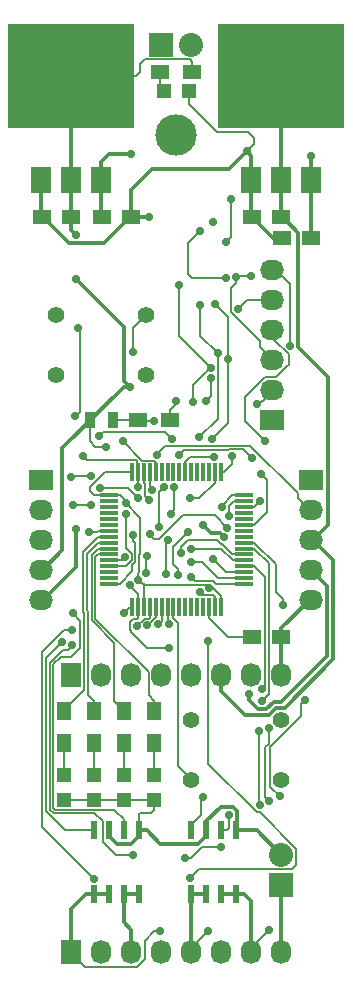
<source format=gtl>
%FSLAX46Y46*%
G04 Gerber Fmt 4.6, Leading zero omitted, Abs format (unit mm)*
G04 Created by KiCad (PCBNEW (20140926 BZR5148)-product) date Fri 30 Jan 2015 01:27:10 AM CST*
%MOMM*%
G01*
G04 APERTURE LIST*
%ADD10C,0.100000*%
%ADD11R,2.032000X1.727200*%
%ADD12O,2.032000X1.727200*%
%ADD13R,1.500000X1.250000*%
%ADD14R,1.198880X1.198880*%
%ADD15R,0.889000X1.397000*%
%ADD16R,2.032000X2.032000*%
%ADD17O,2.032000X2.032000*%
%ADD18R,1.727200X2.032000*%
%ADD19O,1.727200X2.032000*%
%ADD20R,0.600000X1.550000*%
%ADD21R,1.300000X1.500000*%
%ADD22R,1.500000X1.300000*%
%ADD23C,1.397000*%
%ADD24R,1.500000X0.300000*%
%ADD25R,0.300000X1.500000*%
%ADD26R,10.668000X8.890000*%
%ADD27R,1.778000X2.286000*%
%ADD28C,3.500000*%
%ADD29C,0.713740*%
%ADD30C,0.152400*%
%ADD31C,0.203200*%
%ADD32C,0.355600*%
%ADD33C,0.508000*%
G04 APERTURE END LIST*
D10*
D11*
X160528000Y-77470000D03*
D12*
X160528000Y-74930000D03*
X160528000Y-72390000D03*
X160528000Y-69850000D03*
X160528000Y-67310000D03*
X160528000Y-64770000D03*
D13*
X161270000Y-95885000D03*
X158770000Y-95885000D03*
X146070000Y-60325000D03*
X148570000Y-60325000D03*
X163810000Y-62103000D03*
X161310000Y-62103000D03*
X161270000Y-60325000D03*
X158770000Y-60325000D03*
X143490000Y-60325000D03*
X140990000Y-60325000D03*
D14*
X150495000Y-107535980D03*
X150495000Y-109634020D03*
X147955000Y-107535980D03*
X147955000Y-109634020D03*
X145415000Y-107535980D03*
X145415000Y-109634020D03*
X142875000Y-107535980D03*
X142875000Y-109634020D03*
X151350980Y-49657000D03*
X153449020Y-49657000D03*
D15*
X145097500Y-77470000D03*
X147002500Y-77470000D03*
D16*
X151130000Y-45720000D03*
D17*
X153670000Y-45720000D03*
D16*
X161290000Y-116840000D03*
D17*
X161290000Y-114300000D03*
D18*
X143510000Y-122555000D03*
D19*
X146050000Y-122555000D03*
X148590000Y-122555000D03*
X151130000Y-122555000D03*
X153670000Y-122555000D03*
X156210000Y-122555000D03*
X158750000Y-122555000D03*
X161290000Y-122555000D03*
D20*
X149225000Y-112235000D03*
X147955000Y-112235000D03*
X146685000Y-112235000D03*
X145415000Y-112235000D03*
X145415000Y-117635000D03*
X146685000Y-117635000D03*
X147955000Y-117635000D03*
X149225000Y-117635000D03*
X157480000Y-112235000D03*
X156210000Y-112235000D03*
X154940000Y-112235000D03*
X153670000Y-112235000D03*
X153670000Y-117635000D03*
X154940000Y-117635000D03*
X156210000Y-117635000D03*
X157480000Y-117635000D03*
D21*
X150495000Y-102155000D03*
X150495000Y-104855000D03*
X147955000Y-102155000D03*
X147955000Y-104855000D03*
X145415000Y-102155000D03*
X145415000Y-104855000D03*
X142875000Y-102155000D03*
X142875000Y-104855000D03*
D22*
X149145000Y-77470000D03*
X151845000Y-77470000D03*
X151050000Y-48006000D03*
X153750000Y-48006000D03*
D23*
X161290000Y-102870000D03*
X161290000Y-107950000D03*
X153670000Y-102870000D03*
X153670000Y-107950000D03*
X149860000Y-68580000D03*
X149860000Y-73660000D03*
X142240000Y-68580000D03*
X142240000Y-73660000D03*
D24*
X146700000Y-83880000D03*
X146700000Y-84380000D03*
X146700000Y-84880000D03*
X146700000Y-85380000D03*
X146700000Y-85880000D03*
X146700000Y-86380000D03*
X146700000Y-86880000D03*
X146700000Y-87380000D03*
X146700000Y-87880000D03*
X146700000Y-88380000D03*
X146700000Y-88880000D03*
X146700000Y-89380000D03*
X146700000Y-89880000D03*
X146700000Y-90380000D03*
X146700000Y-90880000D03*
X146700000Y-91380000D03*
D25*
X148650000Y-93330000D03*
X149150000Y-93330000D03*
X149650000Y-93330000D03*
X150150000Y-93330000D03*
X150650000Y-93330000D03*
X151150000Y-93330000D03*
X151650000Y-93330000D03*
X152150000Y-93330000D03*
X152650000Y-93330000D03*
X153150000Y-93330000D03*
X153650000Y-93330000D03*
X154150000Y-93330000D03*
X154650000Y-93330000D03*
X155150000Y-93330000D03*
X155650000Y-93330000D03*
X156150000Y-93330000D03*
D24*
X158100000Y-91380000D03*
X158100000Y-90880000D03*
X158100000Y-90380000D03*
X158100000Y-89880000D03*
X158100000Y-89380000D03*
X158100000Y-88880000D03*
X158100000Y-88380000D03*
X158100000Y-87880000D03*
X158100000Y-87380000D03*
X158100000Y-86880000D03*
X158100000Y-86380000D03*
X158100000Y-85880000D03*
X158100000Y-85380000D03*
X158100000Y-84880000D03*
X158100000Y-84380000D03*
X158100000Y-83880000D03*
D25*
X156150000Y-81930000D03*
X155650000Y-81930000D03*
X155150000Y-81930000D03*
X154650000Y-81930000D03*
X154150000Y-81930000D03*
X153650000Y-81930000D03*
X153150000Y-81930000D03*
X152650000Y-81930000D03*
X152150000Y-81930000D03*
X151650000Y-81930000D03*
X151150000Y-81930000D03*
X150650000Y-81930000D03*
X150150000Y-81930000D03*
X149650000Y-81930000D03*
X149150000Y-81930000D03*
X148650000Y-81930000D03*
D26*
X143510000Y-48387000D03*
D27*
X143510000Y-57150000D03*
X140970000Y-57150000D03*
X146050000Y-57150000D03*
D26*
X161290000Y-48387000D03*
D27*
X161290000Y-57150000D03*
X158750000Y-57150000D03*
X163830000Y-57150000D03*
D11*
X140970000Y-82550000D03*
D12*
X140970000Y-85090000D03*
X140970000Y-87630000D03*
X140970000Y-90170000D03*
X140970000Y-92710000D03*
D11*
X163830000Y-82550000D03*
D12*
X163830000Y-85090000D03*
X163830000Y-87630000D03*
X163830000Y-90170000D03*
X163830000Y-92710000D03*
D18*
X143510000Y-99060000D03*
D19*
X146050000Y-99060000D03*
X148590000Y-99060000D03*
X151130000Y-99060000D03*
X153670000Y-99060000D03*
X156210000Y-99060000D03*
X158750000Y-99060000D03*
X161290000Y-99060000D03*
D28*
X152400000Y-53340000D03*
D29*
X149860000Y-90424000D03*
X148012350Y-89133500D03*
X149886748Y-88999040D03*
X148441119Y-91507285D03*
X149158939Y-83199156D03*
X152328880Y-75892660D03*
X143897263Y-86753679D03*
X151790400Y-96822260D03*
X156841967Y-85661614D03*
X156464135Y-87435000D03*
X154617420Y-86385400D03*
X144470120Y-80545940D03*
X150065740Y-60322460D03*
X158369000Y-54737000D03*
X157456202Y-65400184D03*
X158750000Y-65278000D03*
X155480728Y-60706000D03*
X154368609Y-92075371D03*
X155300256Y-73064576D03*
X151902160Y-85469780D03*
X152234896Y-83189465D03*
X148112480Y-85443060D03*
X153797000Y-75946000D03*
X152654000Y-66040000D03*
X156625109Y-62387899D03*
X156980728Y-58801000D03*
X149149934Y-91009490D03*
X143891000Y-65532000D03*
X148090276Y-84538811D03*
X158575470Y-100692474D03*
X148463000Y-74676000D03*
X143891000Y-61849000D03*
X156229863Y-84874222D03*
X155184209Y-91715109D03*
X146431000Y-79756000D03*
X157629860Y-68079620D03*
X144056100Y-69743320D03*
X143852900Y-77162660D03*
X144957800Y-86982300D03*
X148762720Y-71752460D03*
X148590000Y-54991000D03*
X163830000Y-55118000D03*
X155304361Y-73930718D03*
X154884120Y-75882500D03*
X150469600Y-77584300D03*
X147868640Y-79308960D03*
X159228198Y-76183535D03*
X157137100Y-80573880D03*
X159900620Y-79255620D03*
X159517080Y-84355940D03*
X162000063Y-71210037D03*
X155583640Y-80619302D03*
X149081510Y-94972965D03*
X149952259Y-94894091D03*
X150867682Y-94806677D03*
X151730998Y-94736643D03*
X153568215Y-84139459D03*
X145140711Y-82232500D03*
X145897459Y-83223436D03*
X143461740Y-82344260D03*
X149141180Y-84096860D03*
X152591750Y-80437702D03*
X143609060Y-84703920D03*
X145140680Y-84686140D03*
X145856960Y-78839060D03*
X152059640Y-79098140D03*
X158767227Y-80676457D03*
X159547560Y-82036920D03*
X148697970Y-87222343D03*
X150182580Y-87188040D03*
X156707840Y-86603840D03*
X151368758Y-83184619D03*
X150921296Y-86589429D03*
X150730466Y-80420834D03*
X151697853Y-87628893D03*
X151516080Y-90533220D03*
X147972780Y-93865700D03*
X151003000Y-120777000D03*
X155067000Y-120777000D03*
X160274000Y-120650000D03*
X143637000Y-93853000D03*
X152781000Y-88773000D03*
X153670000Y-88392000D03*
X142748000Y-96266000D03*
X143587490Y-95277890D03*
X145415000Y-116350728D03*
X153670000Y-89535000D03*
X143552202Y-96587681D03*
X153670000Y-90805000D03*
X148700728Y-114300000D03*
X161406840Y-93134180D03*
X163281360Y-101175820D03*
X161132520Y-109324140D03*
X156834840Y-110964980D03*
X160252427Y-109767387D03*
X154619960Y-109420660D03*
X160213040Y-103576120D03*
X159674560Y-101254560D03*
X159465754Y-110129829D03*
X159395972Y-103863556D03*
X159612300Y-100280927D03*
X156204920Y-113619280D03*
X153113740Y-114584480D03*
X155100020Y-96199960D03*
X155481020Y-89291160D03*
X153365200Y-86959440D03*
X152560020Y-90637360D03*
X153555700Y-116260880D03*
X154432000Y-67775909D03*
X155883544Y-71860273D03*
X154335480Y-78927960D03*
X150334980Y-83416140D03*
X155396929Y-79143532D03*
X150118215Y-84254730D03*
X156748766Y-72364864D03*
X156591000Y-65440728D03*
X154415124Y-61510618D03*
X155702000Y-67691000D03*
D30*
X149860000Y-89408000D02*
X149860000Y-89025788D01*
X149860000Y-89408000D02*
X149860000Y-90424000D01*
X149860000Y-89025788D02*
X149886748Y-88999040D01*
D31*
X148797988Y-91864154D02*
X148441119Y-91507285D01*
X149150000Y-92216166D02*
X148797988Y-91864154D01*
X149150000Y-93330000D02*
X149150000Y-92216166D01*
D30*
X147765850Y-89380000D02*
X148012350Y-89133500D01*
X146700000Y-89380000D02*
X147765850Y-89380000D01*
D31*
X157456202Y-65904874D02*
X157456202Y-65400184D01*
X159435800Y-70789650D02*
X157018989Y-68372839D01*
X157018989Y-66342087D02*
X157456202Y-65904874D01*
X159435800Y-71323200D02*
X159435800Y-70789650D01*
X160502600Y-72390000D02*
X159435800Y-71323200D01*
X160655000Y-72390000D02*
X160502600Y-72390000D01*
X157018989Y-68372839D02*
X157018989Y-66342087D01*
X149150000Y-83190217D02*
X149158939Y-83199156D01*
X149150000Y-81930000D02*
X149150000Y-83190217D01*
D30*
X151845000Y-77470000D02*
X151845000Y-76667600D01*
X151845000Y-76667600D02*
X152328880Y-76183720D01*
X152328880Y-76183720D02*
X152328880Y-75892660D01*
D31*
X149054001Y-81834001D02*
X149150000Y-81930000D01*
X149054001Y-80976799D02*
X149054001Y-81834001D01*
X149003201Y-80925999D02*
X149054001Y-80976799D01*
X144850179Y-80925999D02*
X149003201Y-80925999D01*
X144470120Y-80545940D02*
X144850179Y-80925999D01*
D32*
X143897263Y-89935137D02*
X143897263Y-87258369D01*
X140970000Y-92710000D02*
X141122400Y-92710000D01*
X141122400Y-92710000D02*
X143897263Y-89935137D01*
X143897263Y-87258369D02*
X143897263Y-86753679D01*
D31*
X148534120Y-95455740D02*
X149900640Y-96822260D01*
X149900640Y-96822260D02*
X151790400Y-96822260D01*
X148534120Y-95329665D02*
X148534120Y-95455740D01*
X148470639Y-95266184D02*
X148534120Y-95329665D01*
X148751619Y-94334001D02*
X148470639Y-94614981D01*
X148470639Y-94614981D02*
X148470639Y-95266184D01*
X149099199Y-94334001D02*
X148751619Y-94334001D01*
X149150000Y-93330000D02*
X149150000Y-94283200D01*
X149150000Y-94283200D02*
X149099199Y-94334001D01*
D32*
X156107266Y-87078131D02*
X156464135Y-87435000D01*
X155310151Y-87078131D02*
X156107266Y-87078131D01*
X154617420Y-86385400D02*
X155310151Y-87078131D01*
X154940000Y-111443768D02*
X154940000Y-112710000D01*
X156161739Y-110222029D02*
X154940000Y-111443768D01*
X157154475Y-110222029D02*
X156161739Y-110222029D01*
X157521911Y-112193089D02*
X157521911Y-110589465D01*
X157480000Y-112235000D02*
X157521911Y-112193089D01*
X157521911Y-110589465D02*
X157154475Y-110222029D01*
X154918160Y-112710000D02*
X154262560Y-113365600D01*
X151011200Y-113365600D02*
X149880600Y-112235000D01*
X154262560Y-113365600D02*
X151011200Y-113365600D01*
X149880600Y-112235000D02*
X149225000Y-112235000D01*
X154940000Y-112710000D02*
X154918160Y-112710000D01*
X159225000Y-112235000D02*
X158135600Y-112235000D01*
X158135600Y-112235000D02*
X157480000Y-112235000D01*
X161290000Y-114300000D02*
X159225000Y-112235000D01*
X161270000Y-95885000D02*
X161270000Y-99040000D01*
X161270000Y-99040000D02*
X161290000Y-99060000D01*
X163830000Y-92710000D02*
X163677600Y-92710000D01*
X163677600Y-92710000D02*
X161270000Y-95117600D01*
X161270000Y-95117600D02*
X161270000Y-95885000D01*
X148570000Y-60325000D02*
X150063200Y-60325000D01*
X150063200Y-60325000D02*
X150065740Y-60322460D01*
X158369000Y-54737000D02*
X156845000Y-56261000D01*
X156845000Y-56261000D02*
X150368000Y-56261000D01*
X150368000Y-56261000D02*
X148570000Y-58059000D01*
X148570000Y-58059000D02*
X148570000Y-60325000D01*
D30*
X158369000Y-54737000D02*
X159004000Y-54102000D01*
X158496000Y-53086000D02*
X155798518Y-53086000D01*
X155798518Y-53086000D02*
X153449020Y-50736502D01*
X159004000Y-54102000D02*
X159004000Y-53594000D01*
X159004000Y-53594000D02*
X158496000Y-53086000D01*
X153449020Y-50736502D02*
X153449020Y-50408840D01*
X153449020Y-50408840D02*
X153449020Y-49657000D01*
X149225000Y-112235000D02*
X149225000Y-110871000D01*
X149225000Y-110871000D02*
X149352000Y-110744000D01*
X149352000Y-110744000D02*
X150241000Y-110744000D01*
X150241000Y-110744000D02*
X150495000Y-110490000D01*
X150495000Y-110490000D02*
X150495000Y-109634020D01*
X146685000Y-112235000D02*
X146685000Y-111760000D01*
X142875000Y-109634020D02*
X145415000Y-109634020D01*
X147955000Y-109634020D02*
X145415000Y-109634020D01*
X150495000Y-109634020D02*
X149743160Y-109634020D01*
X149743160Y-109634020D02*
X147955000Y-109634020D01*
D32*
X161310000Y-62103000D02*
X160548000Y-62103000D01*
X160548000Y-62103000D02*
X158770000Y-60325000D01*
X141115000Y-60325000D02*
X140990000Y-60325000D01*
X143326071Y-62536071D02*
X141115000Y-60325000D01*
X146233929Y-62536071D02*
X143326071Y-62536071D01*
X148445000Y-60325000D02*
X146233929Y-62536071D01*
X148570000Y-60325000D02*
X148445000Y-60325000D01*
X148570000Y-60218000D02*
X148570000Y-60325000D01*
X140970000Y-57150000D02*
X140970000Y-60305000D01*
X140970000Y-60305000D02*
X140990000Y-60325000D01*
X158750000Y-57150000D02*
X158750000Y-55118000D01*
X158750000Y-55118000D02*
X158369000Y-54737000D01*
X158750000Y-57150000D02*
X158750000Y-60305000D01*
X158750000Y-60305000D02*
X158770000Y-60325000D01*
D31*
X157578386Y-65278000D02*
X157456202Y-65400184D01*
X158750000Y-65278000D02*
X157578386Y-65278000D01*
D32*
X154940000Y-112235000D02*
X154940000Y-112710000D01*
X146685000Y-112710000D02*
X146685000Y-112235000D01*
X147340600Y-113365600D02*
X146685000Y-112710000D01*
X148569400Y-113365600D02*
X147340600Y-113365600D01*
X149225000Y-112710000D02*
X148569400Y-113365600D01*
D31*
X156840753Y-85724958D02*
X156840753Y-84782045D01*
X156840753Y-84782045D02*
X157242798Y-84380000D01*
X157242798Y-84380000D02*
X158100000Y-84380000D01*
X154619237Y-92325999D02*
X154368609Y-92075371D01*
X155650000Y-92472798D02*
X155503201Y-92325999D01*
X155503201Y-92325999D02*
X154619237Y-92325999D01*
X155650000Y-93330000D02*
X155650000Y-92472798D01*
D30*
X146700000Y-89880000D02*
X148093859Y-89880000D01*
X148614109Y-88819611D02*
X148112480Y-88317982D01*
X148112480Y-88317982D02*
X148112480Y-85947750D01*
X148614109Y-89359750D02*
X148614109Y-88819611D01*
X148112480Y-85947750D02*
X148112480Y-85443060D01*
X148093859Y-89880000D02*
X148614109Y-89359750D01*
D31*
X152654000Y-70418320D02*
X154943387Y-72707707D01*
X154943387Y-72707707D02*
X155300256Y-73064576D01*
X153797000Y-75946000D02*
X153797000Y-74567832D01*
X154943387Y-73421445D02*
X155300256Y-73064576D01*
X153797000Y-74567832D02*
X154943387Y-73421445D01*
X152654000Y-66040000D02*
X152654000Y-70418320D01*
D30*
X152234896Y-83189465D02*
X152234896Y-85137044D01*
X152234896Y-85137044D02*
X151902160Y-85469780D01*
X156980728Y-58801000D02*
X156980728Y-62032280D01*
X156980728Y-62032280D02*
X156625109Y-62387899D01*
D31*
X155150000Y-93330000D02*
X155150000Y-94283200D01*
X155150000Y-94283200D02*
X156751800Y-95885000D01*
X156751800Y-95885000D02*
X157816800Y-95885000D01*
X157816800Y-95885000D02*
X158770000Y-95885000D01*
X149517238Y-91269588D02*
X149509949Y-91276877D01*
X149249129Y-90405605D02*
X149149934Y-90504800D01*
X149249129Y-88860781D02*
X149249129Y-90405605D01*
X148090276Y-84538811D02*
X149308841Y-85757376D01*
X149509949Y-91276877D02*
X149417321Y-91276877D01*
X149149934Y-90504800D02*
X149149934Y-91009490D01*
X149308841Y-85757376D02*
X149308841Y-88801069D01*
X149417321Y-91276877D02*
X149149934Y-91009490D01*
X149308841Y-88801069D02*
X149249129Y-88860781D01*
X154933600Y-91464500D02*
X149712150Y-91464500D01*
X149712150Y-91464500D02*
X149517238Y-91269588D01*
X149650000Y-93330000D02*
X149650000Y-91402350D01*
X149650000Y-91402350D02*
X149517238Y-91269588D01*
X155184209Y-91715109D02*
X154933600Y-91464500D01*
D32*
X147967701Y-74180701D02*
X148463000Y-74676000D01*
X143891000Y-65532000D02*
X147967701Y-69608701D01*
X147967701Y-69608701D02*
X147967701Y-74180701D01*
X141122400Y-90170000D02*
X140970000Y-90170000D01*
D31*
X148296800Y-81930000D02*
X148650000Y-81930000D01*
D32*
X148463000Y-74676000D02*
X147958310Y-74676000D01*
X142754349Y-88538051D02*
X141122400Y-90170000D01*
X147958310Y-74676000D02*
X142754349Y-79879961D01*
D31*
X145452290Y-83880000D02*
X145096229Y-83523939D01*
X145096229Y-83523939D02*
X145096229Y-83160752D01*
X146326981Y-81930000D02*
X148296800Y-81930000D01*
X145096229Y-83160752D02*
X146326981Y-81930000D01*
X146700000Y-83880000D02*
X145452290Y-83880000D01*
D32*
X142754349Y-79879961D02*
X142754349Y-88538051D01*
D31*
X148090276Y-84317076D02*
X148090276Y-84538811D01*
X146700000Y-83880000D02*
X147653200Y-83880000D01*
X147653200Y-83880000D02*
X148090276Y-84317076D01*
D32*
X165176210Y-97438190D02*
X161281111Y-101333289D01*
X159319937Y-101941631D02*
X158575470Y-101197164D01*
X165176210Y-91516210D02*
X165176210Y-97438190D01*
X160027215Y-101941631D02*
X159319937Y-101941631D01*
X161281111Y-101333289D02*
X160635557Y-101333289D01*
X160635557Y-101333289D02*
X160027215Y-101941631D01*
X163830000Y-90170000D02*
X165176210Y-91516210D01*
X158575470Y-101197164D02*
X158575470Y-100692474D01*
D30*
X143510000Y-48387000D02*
X148996400Y-48387000D01*
X148996400Y-48387000D02*
X149352000Y-48031400D01*
X149352000Y-48031400D02*
X149352000Y-47371000D01*
X149352000Y-47371000D02*
X149758399Y-46964601D01*
X153511001Y-46964601D02*
X153750000Y-47203600D01*
X149758399Y-46964601D02*
X153511001Y-46964601D01*
X153750000Y-47203600D02*
X153750000Y-48006000D01*
D32*
X143510000Y-48387000D02*
X144490201Y-49367201D01*
X144490201Y-49367201D02*
X147482799Y-49367201D01*
X143490000Y-61448000D02*
X143891000Y-61849000D01*
X143490000Y-60325000D02*
X143490000Y-61448000D01*
X143510000Y-57150000D02*
X143510000Y-60305000D01*
X143510000Y-60305000D02*
X143490000Y-60325000D01*
X143510000Y-57150000D02*
X143510000Y-55651400D01*
X143510000Y-55651400D02*
X143510000Y-48387000D01*
D31*
X146685000Y-83865000D02*
X146700000Y-83880000D01*
X158100000Y-83880000D02*
X157146800Y-83880000D01*
X156229863Y-84796937D02*
X156229863Y-84874222D01*
X157146800Y-83880000D02*
X156229863Y-84796937D01*
X156150000Y-93330000D02*
X156150000Y-92376800D01*
X156150000Y-92376800D02*
X155488309Y-91715109D01*
X155488309Y-91715109D02*
X155184209Y-91715109D01*
X146431000Y-79756000D02*
X145542000Y-79756000D01*
X145097500Y-79311500D02*
X145097500Y-77470000D01*
X145542000Y-79756000D02*
X145097500Y-79311500D01*
D30*
X160655000Y-67310000D02*
X158399480Y-67310000D01*
X158399480Y-67310000D02*
X157629860Y-68079620D01*
X143852900Y-77162660D02*
X144209769Y-76805791D01*
X144209769Y-76805791D02*
X144209769Y-69896989D01*
X144209769Y-69896989D02*
X144056100Y-69743320D01*
X146700000Y-86880000D02*
X145797600Y-86880000D01*
X145797600Y-86880000D02*
X145695300Y-86982300D01*
X145695300Y-86982300D02*
X144957800Y-86982300D01*
X148762720Y-71752460D02*
X148762720Y-69677280D01*
X148762720Y-69677280D02*
X149860000Y-68580000D01*
D32*
X148590000Y-54991000D02*
X146710400Y-54991000D01*
X146710400Y-54991000D02*
X146050000Y-55651400D01*
X146050000Y-55651400D02*
X146050000Y-57150000D01*
X163830000Y-57150000D02*
X163830000Y-62083000D01*
X163830000Y-62083000D02*
X163810000Y-62103000D01*
X146050000Y-57150000D02*
X146050000Y-60305000D01*
X146050000Y-60305000D02*
X146070000Y-60325000D01*
X163830000Y-55118000D02*
X163830000Y-57150000D01*
X163830000Y-57150000D02*
X163830000Y-57930000D01*
X162703511Y-61633511D02*
X162703511Y-71345359D01*
X165201600Y-73843448D02*
X165201600Y-86410800D01*
X161270000Y-60325000D02*
X161395000Y-60325000D01*
X165201600Y-86410800D02*
X163982400Y-87630000D01*
X162703511Y-71345359D02*
X165201600Y-73843448D01*
X161395000Y-60325000D02*
X162703511Y-61633511D01*
X156210000Y-100431600D02*
X156210000Y-99060000D01*
X160845981Y-101841299D02*
X160237639Y-102449641D01*
X165684220Y-97756094D02*
X161599015Y-101841299D01*
X165684220Y-89331820D02*
X165684220Y-97756094D01*
X158228041Y-102449641D02*
X156210000Y-100431600D01*
X160237639Y-102449641D02*
X158228041Y-102449641D01*
X163982400Y-87630000D02*
X165684220Y-89331820D01*
X161599015Y-101841299D02*
X160845981Y-101841299D01*
X140817600Y-87630000D02*
X140970000Y-87630000D01*
X163830000Y-87630000D02*
X163982400Y-87630000D01*
X161290000Y-48387000D02*
X161290000Y-57150000D01*
X161290000Y-57150000D02*
X161290000Y-60305000D01*
X161290000Y-60305000D02*
X161270000Y-60325000D01*
D30*
X155304361Y-75462259D02*
X155304361Y-74435408D01*
X154884120Y-75882500D02*
X155304361Y-75462259D01*
X155304361Y-74435408D02*
X155304361Y-73930718D01*
X150495000Y-107535980D02*
X150495000Y-106784140D01*
X150495000Y-106784140D02*
X150495000Y-104855000D01*
X147955000Y-107535980D02*
X147955000Y-104855000D01*
X145415000Y-107535980D02*
X145415000Y-104855000D01*
X142875000Y-107535980D02*
X142875000Y-106784140D01*
X142875000Y-106784140D02*
X142875000Y-104855000D01*
X151050000Y-48006000D02*
X151050000Y-49356020D01*
X151050000Y-49356020D02*
X151350980Y-49657000D01*
X149145000Y-77470000D02*
X148242600Y-77470000D01*
X148242600Y-77470000D02*
X147002500Y-77470000D01*
X150469600Y-77584300D02*
X149259300Y-77584300D01*
X149259300Y-77584300D02*
X149145000Y-77470000D01*
X149511079Y-80951399D02*
X147868640Y-79308960D01*
X150650000Y-81930000D02*
X150650000Y-81118518D01*
X150650000Y-81118518D02*
X150482881Y-80951399D01*
X150482881Y-80951399D02*
X149511079Y-80951399D01*
X159258000Y-76227940D02*
X159614869Y-75871071D01*
X159614869Y-75871071D02*
X159713929Y-75871071D01*
X159713929Y-75871071D02*
X160655000Y-74930000D01*
X156452400Y-81930000D02*
X157137100Y-81245300D01*
X156150000Y-81930000D02*
X156452400Y-81930000D01*
X157137100Y-81245300D02*
X157137100Y-80573880D01*
X160655000Y-69850000D02*
X160655000Y-70692982D01*
X160858210Y-73837790D02*
X159923192Y-73837790D01*
X160655000Y-70692982D02*
X161899610Y-71937592D01*
X161899610Y-71937592D02*
X161899610Y-72842408D01*
X161899610Y-72842408D02*
X161853592Y-72842408D01*
X161853592Y-72842408D02*
X160858210Y-73837790D01*
X159923192Y-73837790D02*
X158219140Y-75541842D01*
X158219140Y-75541842D02*
X158219140Y-77574140D01*
X158219140Y-77574140D02*
X159900620Y-79255620D01*
X159002400Y-84880000D02*
X159517080Y-84365320D01*
X158100000Y-84880000D02*
X159002400Y-84880000D01*
X159517080Y-84365320D02*
X159517080Y-84355940D01*
X160807400Y-64770000D02*
X162000063Y-65962663D01*
X162000063Y-70705347D02*
X162000063Y-71210037D01*
X162000063Y-65962663D02*
X162000063Y-70705347D01*
X160655000Y-64770000D02*
X160807400Y-64770000D01*
X155078950Y-80619302D02*
X155583640Y-80619302D01*
X153558298Y-80619302D02*
X155078950Y-80619302D01*
X153150000Y-81027600D02*
X153558298Y-80619302D01*
X153150000Y-81930000D02*
X153150000Y-81027600D01*
X149081510Y-94929785D02*
X149081510Y-94972965D01*
X149702694Y-94308601D02*
X149081510Y-94929785D01*
X150073799Y-94308601D02*
X149702694Y-94308601D01*
X150150000Y-93330000D02*
X150150000Y-94232400D01*
X150150000Y-94232400D02*
X150073799Y-94308601D01*
D31*
X143510000Y-98907600D02*
X143510000Y-99060000D01*
D30*
X150309128Y-94537222D02*
X149952259Y-94894091D01*
X150650000Y-93330000D02*
X150650000Y-94196350D01*
X150650000Y-94196350D02*
X150309128Y-94537222D01*
D31*
X146050000Y-99060000D02*
X146050000Y-98907600D01*
D30*
X151150000Y-94524359D02*
X150867682Y-94806677D01*
X151150000Y-93330000D02*
X151150000Y-94524359D01*
D31*
X148590000Y-98907600D02*
X148590000Y-99060000D01*
D30*
X151650000Y-94655645D02*
X151730998Y-94736643D01*
X151650000Y-93330000D02*
X151650000Y-94655645D01*
D31*
X151650000Y-98540000D02*
X151130000Y-99060000D01*
D30*
X155650000Y-82832400D02*
X154342941Y-84139459D01*
X154342941Y-84139459D02*
X154072905Y-84139459D01*
X155650000Y-81930000D02*
X155650000Y-82832400D01*
X154072905Y-84139459D02*
X153568215Y-84139459D01*
X146402149Y-83223436D02*
X145897459Y-83223436D01*
X144990820Y-82232500D02*
X143573500Y-82232500D01*
X148267756Y-83223436D02*
X146402149Y-83223436D01*
X149141180Y-84096860D02*
X148267756Y-83223436D01*
X143573500Y-82232500D02*
X143461740Y-82344260D01*
X160102551Y-85279849D02*
X160102551Y-82591911D01*
X159002400Y-86380000D02*
X160102551Y-85279849D01*
X158100000Y-86380000D02*
X159002400Y-86380000D01*
X160102551Y-82591911D02*
X159904429Y-82393789D01*
X159904429Y-82393789D02*
X159547560Y-82036920D01*
X156790349Y-80033813D02*
X152995639Y-80033813D01*
X156835753Y-79988409D02*
X156790349Y-80033813D01*
X158079179Y-79988409D02*
X156835753Y-79988409D01*
X152948619Y-80080833D02*
X152591750Y-80437702D01*
X158767227Y-80676457D02*
X158079179Y-79988409D01*
X152995639Y-80033813D02*
X152948619Y-80080833D01*
X146213829Y-78482191D02*
X145856960Y-78839060D01*
X151443691Y-78482191D02*
X146213829Y-78482191D01*
X152059640Y-79098140D02*
X151443691Y-78482191D01*
X145140680Y-84686140D02*
X143626840Y-84686140D01*
X143626840Y-84686140D02*
X143609060Y-84703920D01*
X148918919Y-89486005D02*
X148918919Y-87947982D01*
X146700000Y-91380000D02*
X147602400Y-91380000D01*
X148918919Y-87947982D02*
X148697970Y-87727033D01*
X147602400Y-91380000D02*
X148664919Y-90317481D01*
X148664919Y-89740004D02*
X148918919Y-89486005D01*
X148697970Y-87727033D02*
X148697970Y-87222343D01*
X148664919Y-90317481D02*
X148664919Y-89740004D01*
X155684220Y-85580220D02*
X152918518Y-85580220D01*
X156707840Y-86603840D02*
X155684220Y-85580220D01*
X152918518Y-85580220D02*
X150953829Y-87544909D01*
X150539449Y-87544909D02*
X150182580Y-87188040D01*
X150953829Y-87544909D02*
X150539449Y-87544909D01*
X151087335Y-80063965D02*
X150730466Y-80420834D01*
X156709496Y-79683600D02*
X156664093Y-79729003D01*
X162661600Y-84074000D02*
X162661600Y-83704332D01*
X163677600Y-85090000D02*
X162661600Y-84074000D01*
X151422297Y-79729003D02*
X151087335Y-80063965D01*
X156664093Y-79729003D02*
X151422297Y-79729003D01*
X162661600Y-83704332D02*
X158640868Y-79683600D01*
X158640868Y-79683600D02*
X156709496Y-79683600D01*
X163830000Y-85090000D02*
X163677600Y-85090000D01*
X150921296Y-86589429D02*
X150921296Y-83632081D01*
X151011889Y-83541488D02*
X151368758Y-83184619D01*
X150921296Y-83632081D02*
X151011889Y-83541488D01*
X151516080Y-90533220D02*
X151516080Y-87810666D01*
X151516080Y-87810666D02*
X151697853Y-87628893D01*
X148650000Y-93330000D02*
X148508480Y-93330000D01*
X148508480Y-93330000D02*
X147972780Y-93865700D01*
D33*
X161290000Y-122555000D02*
X161290000Y-122402600D01*
X156210000Y-122555000D02*
X156210000Y-122402600D01*
X146050000Y-122402600D02*
X146050000Y-122555000D01*
X151130000Y-122555000D02*
X151130000Y-122402600D01*
D32*
X161290000Y-116840000D02*
X161290000Y-122555000D01*
D31*
X151003000Y-120777000D02*
X150498310Y-120777000D01*
X150498310Y-120777000D02*
X149707610Y-121567700D01*
X149707610Y-121567700D02*
X149707610Y-123170329D01*
X143510000Y-122707400D02*
X143510000Y-122555000D01*
X149707610Y-123170329D02*
X149052929Y-123825010D01*
X149052929Y-123825010D02*
X144627610Y-123825010D01*
X144627610Y-123825010D02*
X143510000Y-122707400D01*
D32*
X144759400Y-117635000D02*
X145415000Y-117635000D01*
X143510000Y-118884400D02*
X144759400Y-117635000D01*
X143510000Y-122555000D02*
X143510000Y-118884400D01*
X146685000Y-117635000D02*
X145415000Y-117635000D01*
X148590000Y-122555000D02*
X148590000Y-120650000D01*
X147955000Y-120015000D02*
X147955000Y-117635000D01*
X148590000Y-120650000D02*
X147955000Y-120015000D01*
X147955000Y-117635000D02*
X149225000Y-117635000D01*
D31*
X155067000Y-120777000D02*
X153670000Y-122174000D01*
X153670000Y-122174000D02*
X153670000Y-122555000D01*
D32*
X153670000Y-122555000D02*
X153670000Y-117635000D01*
X153670000Y-117635000D02*
X154940000Y-117635000D01*
D31*
X160274000Y-120650000D02*
X158750000Y-122174000D01*
X158750000Y-122174000D02*
X158750000Y-122555000D01*
D32*
X158135600Y-117635000D02*
X157480000Y-117635000D01*
X158750000Y-118249400D02*
X158135600Y-117635000D01*
X158750000Y-122555000D02*
X158750000Y-118249400D01*
X157480000Y-117635000D02*
X156210000Y-117635000D01*
D30*
X158100000Y-88880000D02*
X157146169Y-88880000D01*
X155806040Y-87630000D02*
X153419310Y-87630000D01*
X156276306Y-88010137D02*
X156186177Y-88010137D01*
X153419310Y-87630000D02*
X152781000Y-88268310D01*
X157146169Y-88880000D02*
X156276306Y-88010137D01*
X156186177Y-88010137D02*
X155806040Y-87630000D01*
X152781000Y-88268310D02*
X152781000Y-88773000D01*
X144272000Y-96774000D02*
X144272000Y-94488000D01*
X144272000Y-94488000D02*
X143637000Y-93853000D01*
X143510000Y-97536000D02*
X144272000Y-96774000D01*
X142621000Y-97536000D02*
X143510000Y-97536000D01*
X141986000Y-98171000D02*
X142621000Y-97536000D01*
X141986000Y-110355382D02*
X141986000Y-98171000D01*
X147137400Y-110490000D02*
X142120618Y-110490000D01*
X142120618Y-110490000D02*
X141986000Y-110355382D01*
X147955000Y-111307600D02*
X147137400Y-110490000D01*
X147955000Y-112235000D02*
X147955000Y-111307600D01*
X153670000Y-88392000D02*
X156209600Y-88392000D01*
X157197600Y-89380000D02*
X158100000Y-89380000D01*
X156209600Y-88392000D02*
X157197600Y-89380000D01*
X142391131Y-96622869D02*
X142748000Y-96266000D01*
X141376380Y-110607894D02*
X141376380Y-97637620D01*
X143003486Y-112235000D02*
X141376380Y-110607894D01*
X141376380Y-97637620D02*
X142391131Y-96622869D01*
X145415000Y-112235000D02*
X143003486Y-112235000D01*
X154174690Y-89535000D02*
X153670000Y-89535000D01*
X154551756Y-89535000D02*
X154174690Y-89535000D01*
X155896756Y-90880000D02*
X154551756Y-89535000D01*
X158100000Y-90880000D02*
X155896756Y-90880000D01*
X141046190Y-111981918D02*
X141046190Y-97114640D01*
X141046190Y-97114640D02*
X142882940Y-95277890D01*
X143082800Y-95277890D02*
X143587490Y-95277890D01*
X145415000Y-116350728D02*
X141046190Y-111981918D01*
X142882940Y-95277890D02*
X143082800Y-95277890D01*
X143195333Y-96944550D02*
X143552202Y-96587681D01*
X141994361Y-110794809D02*
X141681190Y-110481638D01*
X145461292Y-110794810D02*
X141994361Y-110794809D01*
X146156399Y-111489917D02*
X145461292Y-110794810D01*
X146156399Y-113192881D02*
X146156399Y-111489917D01*
X142781384Y-96944550D02*
X143195333Y-96944550D01*
X147263518Y-114300000D02*
X146156399Y-113192881D01*
X148700728Y-114300000D02*
X147263518Y-114300000D01*
X141681191Y-98044743D02*
X142781384Y-96944550D01*
X141681190Y-110481638D02*
X141681191Y-98044743D01*
X153670000Y-90805000D02*
X153994638Y-91129638D01*
X155715598Y-91380000D02*
X158100000Y-91380000D01*
X153994638Y-91129638D02*
X155465236Y-91129638D01*
X155465236Y-91129638D02*
X155715598Y-91380000D01*
X160802320Y-92024970D02*
X160802320Y-89679920D01*
X160802320Y-89679920D02*
X159002400Y-87880000D01*
X159002400Y-87880000D02*
X158100000Y-87880000D01*
X161406840Y-93134180D02*
X161406840Y-92629490D01*
X161406840Y-92629490D02*
X160802320Y-92024970D01*
X162938460Y-102593650D02*
X162938460Y-101518720D01*
X162938460Y-101518720D02*
X163281360Y-101175820D01*
X161132520Y-109324140D02*
X160362899Y-108554519D01*
X160362899Y-108554519D02*
X160362899Y-105169211D01*
X160362899Y-105169211D02*
X162938460Y-102593650D01*
X156662400Y-112235000D02*
X156834840Y-112062560D01*
X156210000Y-112235000D02*
X156662400Y-112235000D01*
X156834840Y-112062560D02*
X156834840Y-110964980D01*
X159895558Y-109410518D02*
X160252427Y-109767387D01*
X159895558Y-105205486D02*
X159895558Y-109410518D01*
X160213040Y-104888004D02*
X159895558Y-105205486D01*
X160213040Y-103576120D02*
X160213040Y-104888004D01*
X154449780Y-110980220D02*
X154449780Y-109590840D01*
X154449780Y-109590840D02*
X154619960Y-109420660D01*
X153670000Y-112235000D02*
X153670000Y-111760000D01*
X153670000Y-111760000D02*
X154449780Y-110980220D01*
X160197790Y-100731330D02*
X159674560Y-101254560D01*
X158100000Y-88380000D02*
X159002400Y-88380000D01*
X159002400Y-88380000D02*
X160197790Y-89575390D01*
X160197790Y-89575390D02*
X160197790Y-100731330D01*
X159395972Y-103863556D02*
X159395972Y-110060047D01*
X159395972Y-110060047D02*
X159465754Y-110129829D01*
X158100000Y-89880000D02*
X159002400Y-89880000D01*
X159892980Y-100000247D02*
X159612300Y-100280927D01*
X159002400Y-89880000D02*
X159892980Y-90770580D01*
X159892980Y-90770580D02*
X159892980Y-100000247D01*
X153113740Y-114584480D02*
X153618430Y-114584480D01*
X153618430Y-114584480D02*
X154583630Y-113619280D01*
X154583630Y-113619280D02*
X156204920Y-113619280D01*
X155100020Y-96704650D02*
X155100020Y-96199960D01*
X155100020Y-106630593D02*
X155100020Y-96704650D01*
X159184727Y-110715300D02*
X155100020Y-106630593D01*
X159470274Y-110715300D02*
X159184727Y-110715300D01*
X162534601Y-115196619D02*
X162534601Y-113779627D01*
X162186619Y-115544601D02*
X162534601Y-115196619D01*
X154271979Y-115544601D02*
X162186619Y-115544601D01*
X153555700Y-116260880D02*
X154271979Y-115544601D01*
X162534601Y-113779627D02*
X159470274Y-110715300D01*
X155481020Y-89291160D02*
X156569860Y-90380000D01*
X156569860Y-90380000D02*
X158100000Y-90380000D01*
X152112980Y-89685630D02*
X152112980Y-88211660D01*
X152112980Y-88211660D02*
X153365200Y-86959440D01*
X152560020Y-90637360D02*
X152560020Y-90132670D01*
X152560020Y-90132670D02*
X152112980Y-89685630D01*
X150037790Y-100795390D02*
X150495000Y-101252600D01*
X150037790Y-98810772D02*
X150037790Y-100795390D01*
X150495000Y-101252600D02*
X150495000Y-102155000D01*
X145542000Y-94314982D02*
X150037790Y-98810772D01*
X145542000Y-89135600D02*
X145542000Y-94314982D01*
X145797600Y-88880000D02*
X145542000Y-89135600D01*
X146700000Y-88880000D02*
X145797600Y-88880000D01*
X147152600Y-101252600D02*
X147955000Y-102055000D01*
X147152600Y-96356648D02*
X147152600Y-101252600D01*
X145237191Y-94441239D02*
X147152600Y-96356648D01*
X145237190Y-89009344D02*
X145237191Y-94441239D01*
X145237191Y-88940409D02*
X145237190Y-89009344D01*
X147955000Y-102055000D02*
X147955000Y-102155000D01*
X145797600Y-88380000D02*
X145237191Y-88940409D01*
X146700000Y-88380000D02*
X145797600Y-88380000D01*
X144932380Y-100769980D02*
X145415000Y-101252600D01*
X144932380Y-93724512D02*
X144932380Y-100769980D01*
X144805382Y-93597514D02*
X144932380Y-93724512D01*
X144805382Y-88872218D02*
X144805382Y-93597514D01*
X145797600Y-87880000D02*
X144805382Y-88872218D01*
X146700000Y-87880000D02*
X145797600Y-87880000D01*
X145415000Y-101252600D02*
X145415000Y-102155000D01*
X146700000Y-87380000D02*
X145797600Y-87380000D01*
X144602201Y-93825399D02*
X144602201Y-100327799D01*
X145797600Y-87380000D02*
X144500573Y-88677027D01*
X144500573Y-93723771D02*
X144602201Y-93825399D01*
X144602201Y-100327799D02*
X142875000Y-102055000D01*
X144500573Y-88677027D02*
X144500573Y-93723771D01*
X142875000Y-102055000D02*
X142875000Y-102155000D01*
D31*
X152150000Y-93330000D02*
X152150000Y-94283200D01*
X152150000Y-94283200D02*
X152552390Y-94685590D01*
X152552390Y-106832390D02*
X152971501Y-107251501D01*
X152552390Y-94685590D02*
X152552390Y-106832390D01*
X152971501Y-107251501D02*
X153670000Y-107950000D01*
D30*
X154432000Y-70408729D02*
X154432000Y-68280599D01*
X155883544Y-71860273D02*
X154432000Y-70408729D01*
X154432000Y-68280599D02*
X154432000Y-67775909D01*
X155889832Y-77373608D02*
X155889832Y-72371251D01*
X155889832Y-72787654D02*
X155883544Y-72781366D01*
X154335480Y-78927960D02*
X155889832Y-77373608D01*
X155883544Y-72781366D02*
X155883544Y-71860273D01*
X155889832Y-72371251D02*
X155883544Y-72364963D01*
X155883544Y-72364963D02*
X155883544Y-71860273D01*
X150150000Y-81930000D02*
X150150000Y-83231160D01*
X150150000Y-83231160D02*
X150334980Y-83416140D01*
X155753798Y-78786663D02*
X155396929Y-79143532D01*
X156748766Y-77791695D02*
X155753798Y-78786663D01*
X156748766Y-72364864D02*
X156748766Y-77791695D01*
X149761346Y-83897861D02*
X150118215Y-84254730D01*
X149650000Y-82832400D02*
X149744429Y-82926829D01*
X149650000Y-81930000D02*
X149650000Y-82832400D01*
X149744429Y-82926829D02*
X149744429Y-83880944D01*
X149744429Y-83880944D02*
X149761346Y-83897861D01*
X155702000Y-67691000D02*
X156748766Y-68737766D01*
X156748766Y-68737766D02*
X156748766Y-71860174D01*
X156748766Y-71860174D02*
X156748766Y-72364864D01*
X153416000Y-65151000D02*
X153416000Y-62509742D01*
X153416000Y-62509742D02*
X154415124Y-61510618D01*
X153416000Y-65151000D02*
X153705728Y-65440728D01*
X153705728Y-65440728D02*
X156591000Y-65440728D01*
M02*

</source>
